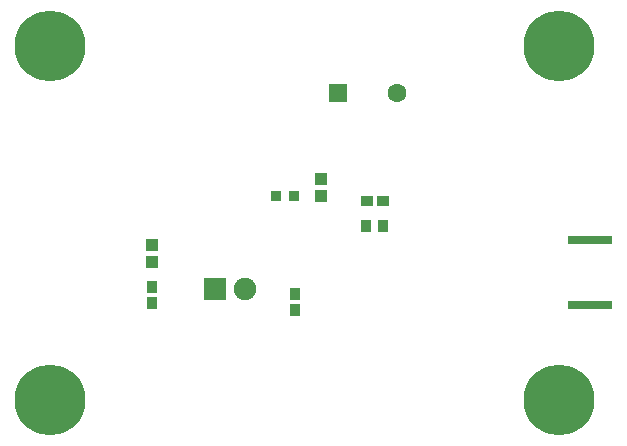
<source format=gbr>
G04*
G04 #@! TF.GenerationSoftware,Altium Limited,Altium Designer,24.4.1 (13)*
G04*
G04 Layer_Color=255*
%FSLAX25Y25*%
%MOIN*%
G70*
G04*
G04 #@! TF.SameCoordinates,D49A6A7F-BD6C-421B-9F91-F44A7ED913D7*
G04*
G04*
G04 #@! TF.FilePolarity,Positive*
G04*
G01*
G75*
%ADD15R,0.14961X0.03150*%
%ADD34C,0.07480*%
%ADD35R,0.07480X0.07480*%
%ADD36C,0.06299*%
%ADD37R,0.06299X0.06299*%
%ADD38C,0.23622*%
%ADD39R,0.03961X0.04153*%
%ADD40R,0.03773X0.04355*%
%ADD41R,0.03381X0.03591*%
%ADD42R,0.03740X0.04134*%
%ADD43R,0.04355X0.03773*%
D15*
X179728Y31500D02*
D03*
Y53350D02*
D03*
D34*
X64728Y36925D02*
D03*
D35*
X54728D02*
D03*
D36*
X115454Y102257D02*
D03*
D37*
X95769D02*
D03*
D38*
X169685Y118110D02*
D03*
X0D02*
D03*
Y0D02*
D03*
X169685Y0D02*
D03*
D39*
X90257Y67904D02*
D03*
Y73617D02*
D03*
X33850Y45812D02*
D03*
Y51526D02*
D03*
D40*
X81596Y30004D02*
D03*
Y35327D02*
D03*
X33850Y32169D02*
D03*
Y37493D02*
D03*
D41*
X75139Y67883D02*
D03*
X81255D02*
D03*
D42*
X111020Y57813D02*
D03*
X105312D02*
D03*
D43*
X105488Y66313D02*
D03*
X110812D02*
D03*
M02*

</source>
